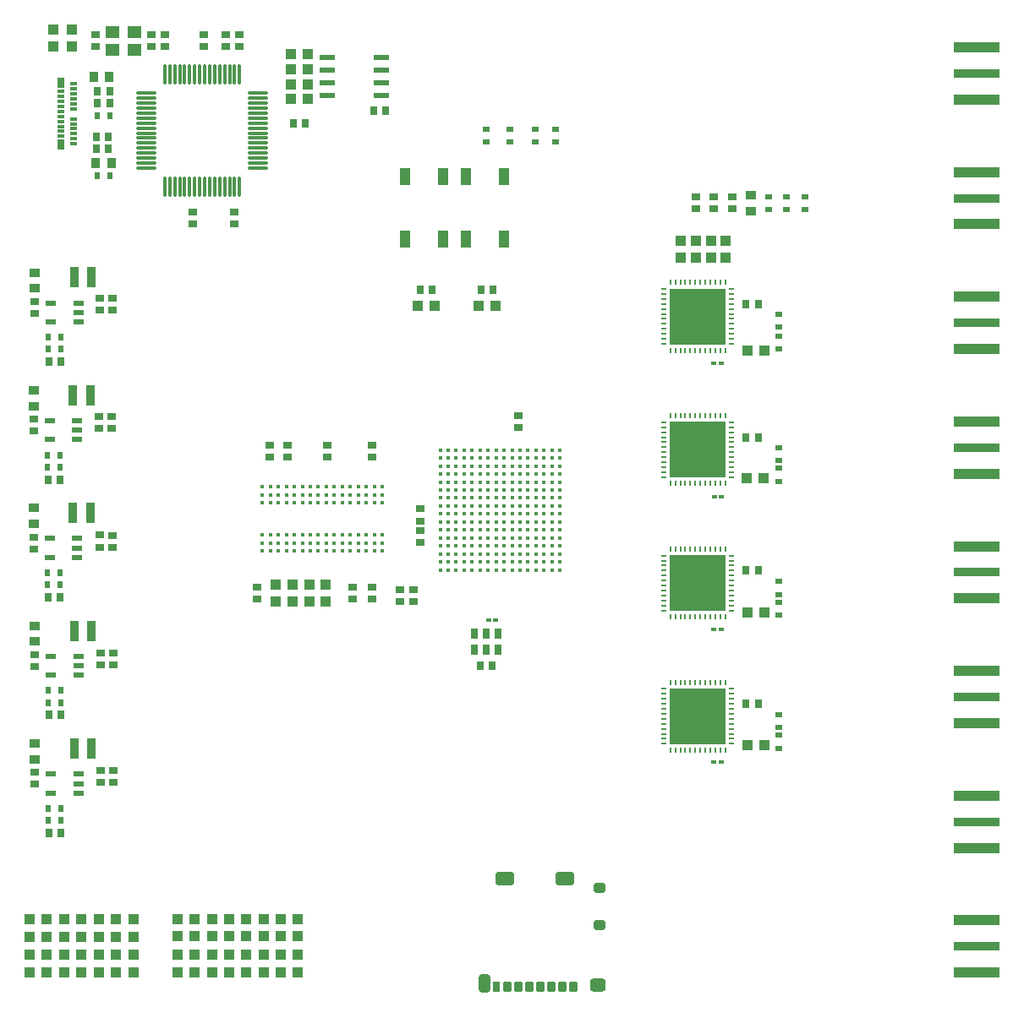
<source format=gtp>
G04*
G04 #@! TF.GenerationSoftware,Altium Limited,Altium Designer,21.2.1 (34)*
G04*
G04 Layer_Color=8421504*
%FSLAX25Y25*%
%MOIN*%
G70*
G04*
G04 #@! TF.SameCoordinates,0D780EAB-B6EC-48A9-9064-61573679FFEB*
G04*
G04*
G04 #@! TF.FilePolarity,Positive*
G04*
G01*
G75*
%ADD19R,0.03150X0.03937*%
%ADD20R,0.03937X0.04331*%
%ADD21R,0.02756X0.01181*%
%ADD22R,0.02756X0.03937*%
%ADD23R,0.03543X0.03150*%
%ADD24R,0.03150X0.02362*%
%ADD25R,0.03150X0.03543*%
%ADD26R,0.03701X0.04016*%
%ADD27R,0.02362X0.03150*%
%ADD28O,0.01181X0.08268*%
%ADD29O,0.08268X0.01181*%
%ADD30R,0.04331X0.03937*%
%ADD31R,0.05906X0.02362*%
%ADD32R,0.05512X0.04724*%
%ADD33R,0.03937X0.06693*%
%ADD34R,0.01968X0.01772*%
%ADD35R,0.22047X0.22047*%
%ADD36R,0.02362X0.00945*%
%ADD37R,0.00945X0.02362*%
G04:AMPARAMS|DCode=38|XSize=74.8mil|YSize=53.15mil|CornerRadius=13.29mil|HoleSize=0mil|Usage=FLASHONLY|Rotation=0.000|XOffset=0mil|YOffset=0mil|HoleType=Round|Shape=RoundedRectangle|*
%AMROUNDEDRECTD38*
21,1,0.07480,0.02657,0,0,0.0*
21,1,0.04823,0.05315,0,0,0.0*
1,1,0.02657,0.02411,-0.01329*
1,1,0.02657,-0.02411,-0.01329*
1,1,0.02657,-0.02411,0.01329*
1,1,0.02657,0.02411,0.01329*
%
%ADD38ROUNDEDRECTD38*%
G04:AMPARAMS|DCode=39|XSize=33.47mil|YSize=43.31mil|CornerRadius=8.37mil|HoleSize=0mil|Usage=FLASHONLY|Rotation=0.000|XOffset=0mil|YOffset=0mil|HoleType=Round|Shape=RoundedRectangle|*
%AMROUNDEDRECTD39*
21,1,0.03347,0.02657,0,0,0.0*
21,1,0.01673,0.04331,0,0,0.0*
1,1,0.01673,0.00837,-0.01329*
1,1,0.01673,-0.00837,-0.01329*
1,1,0.01673,-0.00837,0.01329*
1,1,0.01673,0.00837,0.01329*
%
%ADD39ROUNDEDRECTD39*%
G04:AMPARAMS|DCode=40|XSize=29.53mil|YSize=43.31mil|CornerRadius=7.38mil|HoleSize=0mil|Usage=FLASHONLY|Rotation=0.000|XOffset=0mil|YOffset=0mil|HoleType=Round|Shape=RoundedRectangle|*
%AMROUNDEDRECTD40*
21,1,0.02953,0.02854,0,0,0.0*
21,1,0.01476,0.04331,0,0,0.0*
1,1,0.01476,0.00738,-0.01427*
1,1,0.01476,-0.00738,-0.01427*
1,1,0.01476,-0.00738,0.01427*
1,1,0.01476,0.00738,0.01427*
%
%ADD40ROUNDEDRECTD40*%
G04:AMPARAMS|DCode=41|XSize=61.02mil|YSize=53.15mil|CornerRadius=13.29mil|HoleSize=0mil|Usage=FLASHONLY|Rotation=0.000|XOffset=0mil|YOffset=0mil|HoleType=Round|Shape=RoundedRectangle|*
%AMROUNDEDRECTD41*
21,1,0.06102,0.02657,0,0,0.0*
21,1,0.03445,0.05315,0,0,0.0*
1,1,0.02657,0.01722,-0.01329*
1,1,0.02657,-0.01722,-0.01329*
1,1,0.02657,-0.01722,0.01329*
1,1,0.02657,0.01722,0.01329*
%
%ADD41ROUNDEDRECTD41*%
G04:AMPARAMS|DCode=42|XSize=46.06mil|YSize=70.87mil|CornerRadius=11.52mil|HoleSize=0mil|Usage=FLASHONLY|Rotation=0.000|XOffset=0mil|YOffset=0mil|HoleType=Round|Shape=RoundedRectangle|*
%AMROUNDEDRECTD42*
21,1,0.04606,0.04783,0,0,0.0*
21,1,0.02303,0.07087,0,0,0.0*
1,1,0.02303,0.01152,-0.02392*
1,1,0.02303,-0.01152,-0.02392*
1,1,0.02303,-0.01152,0.02392*
1,1,0.02303,0.01152,0.02392*
%
%ADD42ROUNDEDRECTD42*%
G04:AMPARAMS|DCode=43|XSize=47.24mil|YSize=39.37mil|CornerRadius=9.84mil|HoleSize=0mil|Usage=FLASHONLY|Rotation=0.000|XOffset=0mil|YOffset=0mil|HoleType=Round|Shape=RoundedRectangle|*
%AMROUNDEDRECTD43*
21,1,0.04724,0.01968,0,0,0.0*
21,1,0.02756,0.03937,0,0,0.0*
1,1,0.01968,0.01378,-0.00984*
1,1,0.01968,-0.01378,-0.00984*
1,1,0.01968,-0.01378,0.00984*
1,1,0.01968,0.01378,0.00984*
%
%ADD43ROUNDEDRECTD43*%
%ADD44R,0.17953X0.03937*%
%ADD45R,0.17953X0.03347*%
%ADD46R,0.04016X0.03701*%
%ADD47R,0.03937X0.02362*%
%ADD48R,0.03543X0.08268*%
%ADD49C,0.01614*%
%ADD50C,0.01575*%
D19*
X196063Y141732D02*
D03*
Y148031D02*
D03*
X186614D02*
D03*
Y141732D02*
D03*
X191339Y148031D02*
D03*
Y141732D02*
D03*
D20*
X20866Y379724D02*
D03*
Y386417D02*
D03*
X27953Y379724D02*
D03*
Y386417D02*
D03*
X11300Y28554D02*
D03*
Y35246D02*
D03*
X18133Y28554D02*
D03*
Y35246D02*
D03*
X24967Y28554D02*
D03*
Y35246D02*
D03*
X31800Y28554D02*
D03*
Y35246D02*
D03*
X38633Y28554D02*
D03*
Y35246D02*
D03*
X45467Y28554D02*
D03*
Y35246D02*
D03*
X52300Y28554D02*
D03*
Y35246D02*
D03*
X69661Y28701D02*
D03*
Y35394D02*
D03*
X76447Y28701D02*
D03*
Y35394D02*
D03*
X83233Y28701D02*
D03*
Y35394D02*
D03*
X90018Y28701D02*
D03*
Y35394D02*
D03*
X96804Y28701D02*
D03*
Y35394D02*
D03*
X103590Y28701D02*
D03*
Y35394D02*
D03*
X110376Y28701D02*
D03*
Y35394D02*
D03*
X117161Y28701D02*
D03*
Y35394D02*
D03*
X115085Y167347D02*
D03*
Y160653D02*
D03*
X128209Y160653D02*
D03*
Y167347D02*
D03*
X121647Y160653D02*
D03*
Y167347D02*
D03*
X108524Y167347D02*
D03*
Y160653D02*
D03*
X52300Y21246D02*
D03*
Y14554D02*
D03*
X45467Y21246D02*
D03*
Y14554D02*
D03*
X38633Y21246D02*
D03*
Y14554D02*
D03*
X31800Y21246D02*
D03*
Y14554D02*
D03*
X24967Y21246D02*
D03*
Y14554D02*
D03*
X18133Y21246D02*
D03*
Y14554D02*
D03*
X11300Y21246D02*
D03*
Y14554D02*
D03*
X117161Y21240D02*
D03*
Y14547D02*
D03*
X110376Y21240D02*
D03*
Y14547D02*
D03*
X103590Y21240D02*
D03*
Y14547D02*
D03*
X96804Y21240D02*
D03*
Y14547D02*
D03*
X90018Y21240D02*
D03*
Y14547D02*
D03*
X83233Y21240D02*
D03*
Y14547D02*
D03*
X76447Y21240D02*
D03*
Y14547D02*
D03*
X69661Y21240D02*
D03*
Y14547D02*
D03*
X274016Y296260D02*
D03*
Y302953D02*
D03*
X279921Y296260D02*
D03*
Y302953D02*
D03*
X285827Y296260D02*
D03*
Y302953D02*
D03*
X268100Y302946D02*
D03*
Y296253D02*
D03*
D21*
X28842Y364961D02*
D03*
Y362992D02*
D03*
Y361024D02*
D03*
Y359055D02*
D03*
Y357087D02*
D03*
Y355118D02*
D03*
Y351181D02*
D03*
Y349213D02*
D03*
Y347244D02*
D03*
Y345276D02*
D03*
Y343307D02*
D03*
Y341339D02*
D03*
X23724Y344291D02*
D03*
Y346260D02*
D03*
Y348228D02*
D03*
Y350197D02*
D03*
Y352165D02*
D03*
Y354134D02*
D03*
Y356102D02*
D03*
Y358071D02*
D03*
Y360039D02*
D03*
Y362008D02*
D03*
D22*
Y340945D02*
D03*
Y365354D02*
D03*
D23*
X288332Y315638D02*
D03*
Y320362D02*
D03*
X281116Y315638D02*
D03*
Y320362D02*
D03*
X273900Y315638D02*
D03*
Y320362D02*
D03*
X75700Y314462D02*
D03*
Y309738D02*
D03*
X92216Y314462D02*
D03*
Y309738D02*
D03*
X204200Y234062D02*
D03*
Y229338D02*
D03*
X162700Y165562D02*
D03*
Y160838D02*
D03*
X157500Y165562D02*
D03*
Y160838D02*
D03*
X165378Y188662D02*
D03*
Y183938D02*
D03*
Y192538D02*
D03*
Y197262D02*
D03*
X64657Y379638D02*
D03*
Y384362D02*
D03*
X94185Y379638D02*
D03*
Y384362D02*
D03*
X37306Y379574D02*
D03*
Y384298D02*
D03*
X59300Y384298D02*
D03*
Y379574D02*
D03*
X146457Y166362D02*
D03*
Y161638D02*
D03*
X138714Y166362D02*
D03*
Y161638D02*
D03*
X101000Y166362D02*
D03*
Y161638D02*
D03*
X146457Y217638D02*
D03*
Y222362D02*
D03*
X112992Y217638D02*
D03*
Y222362D02*
D03*
X105905Y217638D02*
D03*
Y222362D02*
D03*
X128600Y217638D02*
D03*
Y222362D02*
D03*
X88700Y384362D02*
D03*
Y379638D02*
D03*
X80000Y384362D02*
D03*
Y379638D02*
D03*
X44177Y182109D02*
D03*
Y186833D02*
D03*
X38986Y182175D02*
D03*
Y186899D02*
D03*
X12992Y181496D02*
D03*
Y186221D02*
D03*
X44475Y89284D02*
D03*
Y94008D02*
D03*
X44488Y135827D02*
D03*
Y140551D02*
D03*
X43701Y229134D02*
D03*
Y233858D02*
D03*
X44094Y275591D02*
D03*
Y280315D02*
D03*
X13386Y279134D02*
D03*
Y274410D02*
D03*
X38976Y275591D02*
D03*
Y280315D02*
D03*
X38554Y229130D02*
D03*
Y233855D02*
D03*
X12992Y227953D02*
D03*
Y232677D02*
D03*
X39370Y135827D02*
D03*
Y140551D02*
D03*
X13386Y135039D02*
D03*
Y139764D02*
D03*
X39370Y89265D02*
D03*
Y93990D02*
D03*
X13315Y88619D02*
D03*
Y93344D02*
D03*
D24*
X306693Y208141D02*
D03*
Y213259D02*
D03*
Y216241D02*
D03*
Y221359D02*
D03*
X302568Y320559D02*
D03*
Y315441D02*
D03*
X309784D02*
D03*
Y320559D02*
D03*
X317000D02*
D03*
Y315441D02*
D03*
X210611Y347159D02*
D03*
Y342041D02*
D03*
X306693Y260433D02*
D03*
Y265551D02*
D03*
Y269094D02*
D03*
Y274213D02*
D03*
X200567Y342041D02*
D03*
Y347159D02*
D03*
X191500Y342041D02*
D03*
Y347159D02*
D03*
X218700Y342041D02*
D03*
Y347159D02*
D03*
X306693Y107959D02*
D03*
Y102841D02*
D03*
Y116059D02*
D03*
Y110941D02*
D03*
Y160559D02*
D03*
Y155441D02*
D03*
Y168659D02*
D03*
Y163541D02*
D03*
D25*
X188976Y135433D02*
D03*
X193701D02*
D03*
X115292Y349500D02*
D03*
X120017D02*
D03*
X42520Y344094D02*
D03*
X37795D02*
D03*
X42520Y339370D02*
D03*
X37795D02*
D03*
X147038Y354400D02*
D03*
X151762D02*
D03*
X38189Y357480D02*
D03*
X42913D02*
D03*
X38189Y362205D02*
D03*
X42913D02*
D03*
X189370Y283858D02*
D03*
X194095D02*
D03*
X165354D02*
D03*
X170079D02*
D03*
X293838Y120300D02*
D03*
X298562D02*
D03*
X293838Y173100D02*
D03*
X298562D02*
D03*
X293838Y225400D02*
D03*
X298562D02*
D03*
X293838Y278200D02*
D03*
X298562D02*
D03*
X18763Y162282D02*
D03*
X23487D02*
D03*
X19063Y255318D02*
D03*
X23787D02*
D03*
X18701Y208864D02*
D03*
X23426D02*
D03*
X19079Y115958D02*
D03*
X23803D02*
D03*
X19078Y69519D02*
D03*
X23802D02*
D03*
D26*
X37441Y333858D02*
D03*
X43661D02*
D03*
X42874Y367717D02*
D03*
X36654D02*
D03*
D27*
X43110Y328740D02*
D03*
X37992D02*
D03*
X37992Y352362D02*
D03*
X43110D02*
D03*
X23425Y167323D02*
D03*
X18307D02*
D03*
X18307Y172047D02*
D03*
X23425D02*
D03*
X23425Y213779D02*
D03*
X18307D02*
D03*
X23819Y264961D02*
D03*
X18701D02*
D03*
X23819Y260236D02*
D03*
X18701D02*
D03*
X18307Y218504D02*
D03*
X23425D02*
D03*
X23819Y120866D02*
D03*
X18701D02*
D03*
X18701Y125591D02*
D03*
X23819D02*
D03*
X23819Y74410D02*
D03*
X18701D02*
D03*
X18701Y79134D02*
D03*
X23819D02*
D03*
D28*
X64657Y368595D02*
D03*
X66626D02*
D03*
X68594D02*
D03*
X70563D02*
D03*
X72531D02*
D03*
X74500D02*
D03*
X76468D02*
D03*
X78437D02*
D03*
X80405D02*
D03*
X82374D02*
D03*
X84342D02*
D03*
X86311D02*
D03*
X88279D02*
D03*
X90248D02*
D03*
X92216D02*
D03*
X94185D02*
D03*
Y324500D02*
D03*
X92216D02*
D03*
X90248D02*
D03*
X88279D02*
D03*
X86311D02*
D03*
X84342D02*
D03*
X82374D02*
D03*
X80405D02*
D03*
X78437D02*
D03*
X76468D02*
D03*
X74500D02*
D03*
X72531D02*
D03*
X70563D02*
D03*
X68594D02*
D03*
X66626D02*
D03*
X64657D02*
D03*
D29*
X101469Y361311D02*
D03*
Y359343D02*
D03*
Y357374D02*
D03*
Y355405D02*
D03*
Y353437D02*
D03*
Y351468D02*
D03*
Y349500D02*
D03*
Y347532D02*
D03*
Y345563D02*
D03*
Y343595D02*
D03*
Y341626D02*
D03*
Y339657D02*
D03*
Y337689D02*
D03*
Y335720D02*
D03*
Y333752D02*
D03*
Y331784D02*
D03*
X57374D02*
D03*
Y333752D02*
D03*
Y335720D02*
D03*
Y337689D02*
D03*
Y339657D02*
D03*
Y341626D02*
D03*
Y343595D02*
D03*
Y345563D02*
D03*
Y347532D02*
D03*
Y349500D02*
D03*
Y351468D02*
D03*
Y353437D02*
D03*
Y355405D02*
D03*
Y357374D02*
D03*
Y359343D02*
D03*
Y361311D02*
D03*
D30*
X114308Y358953D02*
D03*
X121001D02*
D03*
X114308Y370765D02*
D03*
X121001D02*
D03*
X114308Y364859D02*
D03*
X121001D02*
D03*
X114308Y376670D02*
D03*
X121001D02*
D03*
X171063Y277559D02*
D03*
X164370D02*
D03*
X188386D02*
D03*
X195079D02*
D03*
X294454Y103900D02*
D03*
X301147D02*
D03*
X294354Y156400D02*
D03*
X301046D02*
D03*
X294153Y209300D02*
D03*
X300847D02*
D03*
X294291Y259842D02*
D03*
X300984D02*
D03*
D31*
X128678Y375509D02*
D03*
Y370509D02*
D03*
Y365509D02*
D03*
Y360509D02*
D03*
X149938Y375509D02*
D03*
Y370509D02*
D03*
Y365509D02*
D03*
Y360509D02*
D03*
D32*
X52731Y378554D02*
D03*
X44069D02*
D03*
Y385246D02*
D03*
X52731D02*
D03*
D33*
X183465Y328543D02*
D03*
X198425D02*
D03*
Y303740D02*
D03*
X183465D02*
D03*
X159449Y328543D02*
D03*
X174409D02*
D03*
Y303740D02*
D03*
X159449D02*
D03*
D34*
X284147Y97358D02*
D03*
X281195D02*
D03*
X284139Y149629D02*
D03*
X281186D02*
D03*
X284176Y201900D02*
D03*
X281224D02*
D03*
X284055Y254724D02*
D03*
X281102D02*
D03*
X195177Y153543D02*
D03*
X192224D02*
D03*
D35*
X274803Y273228D02*
D03*
Y115436D02*
D03*
Y168034D02*
D03*
Y220631D02*
D03*
D36*
X261417Y262402D02*
D03*
Y264370D02*
D03*
Y266339D02*
D03*
Y268307D02*
D03*
Y270276D02*
D03*
Y272244D02*
D03*
Y274213D02*
D03*
Y276181D02*
D03*
Y278150D02*
D03*
Y280118D02*
D03*
Y282087D02*
D03*
Y284055D02*
D03*
X288189D02*
D03*
Y282087D02*
D03*
Y280118D02*
D03*
Y278150D02*
D03*
Y276181D02*
D03*
Y274213D02*
D03*
Y272244D02*
D03*
Y270276D02*
D03*
Y268307D02*
D03*
Y266339D02*
D03*
Y264370D02*
D03*
Y262402D02*
D03*
Y104609D02*
D03*
Y106578D02*
D03*
Y108546D02*
D03*
Y110515D02*
D03*
Y112483D02*
D03*
Y114452D02*
D03*
Y116420D02*
D03*
Y118389D02*
D03*
Y120358D02*
D03*
Y122326D02*
D03*
Y124294D02*
D03*
Y126263D02*
D03*
X261417D02*
D03*
Y124294D02*
D03*
Y122326D02*
D03*
Y120358D02*
D03*
Y118389D02*
D03*
Y116420D02*
D03*
Y114452D02*
D03*
Y112483D02*
D03*
Y110515D02*
D03*
Y108546D02*
D03*
Y106578D02*
D03*
Y104609D02*
D03*
X288189Y157207D02*
D03*
Y159175D02*
D03*
Y161144D02*
D03*
Y163112D02*
D03*
Y165081D02*
D03*
Y167049D02*
D03*
Y169018D02*
D03*
Y170986D02*
D03*
Y172955D02*
D03*
Y174923D02*
D03*
Y176892D02*
D03*
Y178860D02*
D03*
X261417D02*
D03*
Y176892D02*
D03*
Y174923D02*
D03*
Y172955D02*
D03*
Y170986D02*
D03*
Y169018D02*
D03*
Y167049D02*
D03*
Y165081D02*
D03*
Y163112D02*
D03*
Y161144D02*
D03*
Y159175D02*
D03*
Y157207D02*
D03*
X288189Y209804D02*
D03*
Y211773D02*
D03*
Y213741D02*
D03*
Y215710D02*
D03*
Y217678D02*
D03*
Y219647D02*
D03*
Y221615D02*
D03*
Y223584D02*
D03*
Y225552D02*
D03*
Y227521D02*
D03*
Y229489D02*
D03*
Y231458D02*
D03*
X261417D02*
D03*
Y229489D02*
D03*
Y227521D02*
D03*
Y225552D02*
D03*
Y223584D02*
D03*
Y221615D02*
D03*
Y219647D02*
D03*
Y217678D02*
D03*
Y215710D02*
D03*
Y213741D02*
D03*
Y211773D02*
D03*
Y209804D02*
D03*
D37*
X263976Y286614D02*
D03*
X265945D02*
D03*
X267913D02*
D03*
X269882D02*
D03*
X271850D02*
D03*
X273819D02*
D03*
X275787D02*
D03*
X277756D02*
D03*
X279724D02*
D03*
X281693D02*
D03*
X283661D02*
D03*
X285630D02*
D03*
Y259842D02*
D03*
X283661D02*
D03*
X281693D02*
D03*
X279724D02*
D03*
X277756D02*
D03*
X275787D02*
D03*
X273819D02*
D03*
X271850D02*
D03*
X269882D02*
D03*
X267913D02*
D03*
X265945D02*
D03*
X263976D02*
D03*
Y102050D02*
D03*
X265945D02*
D03*
X267913D02*
D03*
X269882D02*
D03*
X271850D02*
D03*
X273819D02*
D03*
X275787D02*
D03*
X277756D02*
D03*
X279724D02*
D03*
X281693D02*
D03*
X283661D02*
D03*
X285630D02*
D03*
Y128822D02*
D03*
X283661D02*
D03*
X281693D02*
D03*
X279724D02*
D03*
X277756D02*
D03*
X275787D02*
D03*
X273819D02*
D03*
X271850D02*
D03*
X269882D02*
D03*
X267913D02*
D03*
X265945D02*
D03*
X263976D02*
D03*
Y154648D02*
D03*
X265945D02*
D03*
X267913D02*
D03*
X269882D02*
D03*
X271850D02*
D03*
X273819D02*
D03*
X275787D02*
D03*
X277756D02*
D03*
X279724D02*
D03*
X281693D02*
D03*
X283661D02*
D03*
X285630D02*
D03*
Y181419D02*
D03*
X283661D02*
D03*
X281693D02*
D03*
X279724D02*
D03*
X277756D02*
D03*
X275787D02*
D03*
X273819D02*
D03*
X271850D02*
D03*
X269882D02*
D03*
X267913D02*
D03*
X265945D02*
D03*
X263976D02*
D03*
Y207245D02*
D03*
X265945D02*
D03*
X267913D02*
D03*
X269882D02*
D03*
X271850D02*
D03*
X273819D02*
D03*
X275787D02*
D03*
X277756D02*
D03*
X279724D02*
D03*
X281693D02*
D03*
X283661D02*
D03*
X285630D02*
D03*
Y234017D02*
D03*
X283661D02*
D03*
X281693D02*
D03*
X279724D02*
D03*
X277756D02*
D03*
X275787D02*
D03*
X273819D02*
D03*
X271850D02*
D03*
X269882D02*
D03*
X267913D02*
D03*
X265945D02*
D03*
X263976D02*
D03*
D38*
X222256Y51418D02*
D03*
X198752D02*
D03*
D39*
X225661Y8800D02*
D03*
X221331D02*
D03*
X217000D02*
D03*
X212669D02*
D03*
X208339D02*
D03*
X204008D02*
D03*
X199677D02*
D03*
D40*
X195543D02*
D03*
D41*
X235347Y9292D02*
D03*
D42*
X190779Y10178D02*
D03*
D43*
X236035Y33013D02*
D03*
Y47580D02*
D03*
D44*
X384724Y309567D02*
D03*
Y330197D02*
D03*
Y358780D02*
D03*
Y379410D02*
D03*
Y211142D02*
D03*
Y231772D02*
D03*
Y260354D02*
D03*
Y280984D02*
D03*
Y112716D02*
D03*
Y133346D02*
D03*
Y161929D02*
D03*
Y182559D02*
D03*
Y14291D02*
D03*
Y34921D02*
D03*
Y63504D02*
D03*
Y84134D02*
D03*
D45*
Y319882D02*
D03*
Y369094D02*
D03*
Y221457D02*
D03*
Y270669D02*
D03*
Y123031D02*
D03*
Y172244D02*
D03*
Y24606D02*
D03*
Y73819D02*
D03*
D46*
X295785Y314890D02*
D03*
Y321110D02*
D03*
X13386Y290512D02*
D03*
X12992Y191378D02*
D03*
Y197598D02*
D03*
X13386Y284291D02*
D03*
X12992Y237835D02*
D03*
Y244055D02*
D03*
X13386Y144921D02*
D03*
Y151142D02*
D03*
Y98465D02*
D03*
Y104685D02*
D03*
D47*
X19390Y178150D02*
D03*
Y185630D02*
D03*
X30217D02*
D03*
Y181890D02*
D03*
Y178150D02*
D03*
X30610Y271063D02*
D03*
Y274803D02*
D03*
Y278543D02*
D03*
X19783D02*
D03*
Y271063D02*
D03*
X19390Y224606D02*
D03*
Y232087D02*
D03*
X30217D02*
D03*
Y228346D02*
D03*
Y224606D02*
D03*
X19783Y131693D02*
D03*
Y139173D02*
D03*
X30610D02*
D03*
Y135433D02*
D03*
Y131693D02*
D03*
X19783Y85131D02*
D03*
Y92612D02*
D03*
X30610D02*
D03*
Y88872D02*
D03*
Y85131D02*
D03*
D48*
X35236Y195669D02*
D03*
X28543D02*
D03*
X28937Y102756D02*
D03*
X35630D02*
D03*
X28937Y288583D02*
D03*
X35630D02*
D03*
X35236Y242126D02*
D03*
X28543D02*
D03*
X35630Y149213D02*
D03*
X28937D02*
D03*
D49*
X103150Y180709D02*
D03*
X106299D02*
D03*
X109449D02*
D03*
X112598D02*
D03*
X115748D02*
D03*
X118898D02*
D03*
X122047D02*
D03*
X125197D02*
D03*
X128347D02*
D03*
X131496D02*
D03*
X134646D02*
D03*
X137795D02*
D03*
X140945D02*
D03*
X144095D02*
D03*
X147244D02*
D03*
X150394D02*
D03*
X103150Y183858D02*
D03*
X106299D02*
D03*
X109449D02*
D03*
X112598D02*
D03*
X115748D02*
D03*
X118898D02*
D03*
X122047D02*
D03*
X125197D02*
D03*
X128347D02*
D03*
X131496D02*
D03*
X134646D02*
D03*
X137795D02*
D03*
X140945D02*
D03*
X144095D02*
D03*
X147244D02*
D03*
X150394D02*
D03*
X103150Y187008D02*
D03*
X106299D02*
D03*
X109449D02*
D03*
X112598D02*
D03*
X115748D02*
D03*
X118898D02*
D03*
X122047D02*
D03*
X125197D02*
D03*
X128347D02*
D03*
X131496D02*
D03*
X134646D02*
D03*
X137795D02*
D03*
X140945D02*
D03*
X144095D02*
D03*
X147244D02*
D03*
X150394D02*
D03*
X103150Y199606D02*
D03*
X106299D02*
D03*
X109449D02*
D03*
X112598D02*
D03*
X115748D02*
D03*
X118898D02*
D03*
X122047D02*
D03*
X125197D02*
D03*
X128347D02*
D03*
X131496D02*
D03*
X134646D02*
D03*
X137795D02*
D03*
X140945D02*
D03*
X144095D02*
D03*
X147244D02*
D03*
X150394D02*
D03*
X103150Y202756D02*
D03*
X106299D02*
D03*
X109449D02*
D03*
X112598D02*
D03*
X115748D02*
D03*
X118898D02*
D03*
X122047D02*
D03*
X125197D02*
D03*
X128347D02*
D03*
X131496D02*
D03*
X134646D02*
D03*
X137795D02*
D03*
X140945D02*
D03*
X144095D02*
D03*
X147244D02*
D03*
X150394D02*
D03*
X103150Y205906D02*
D03*
X106299D02*
D03*
X109449D02*
D03*
X112598D02*
D03*
X115748D02*
D03*
X118898D02*
D03*
X122047D02*
D03*
X125197D02*
D03*
X128347D02*
D03*
X131496D02*
D03*
X134646D02*
D03*
X137795D02*
D03*
X140945D02*
D03*
X144095D02*
D03*
X147244D02*
D03*
X150394D02*
D03*
D50*
X173228Y220472D02*
D03*
X176378D02*
D03*
X179527D02*
D03*
X182677D02*
D03*
X185827D02*
D03*
X188976D02*
D03*
X192126D02*
D03*
X195276D02*
D03*
X198425D02*
D03*
X201575D02*
D03*
X204724D02*
D03*
X207874D02*
D03*
X211024D02*
D03*
X214173D02*
D03*
X217323D02*
D03*
X220472D02*
D03*
X173228Y217323D02*
D03*
X176378D02*
D03*
X179527D02*
D03*
X182677D02*
D03*
X185827D02*
D03*
X188976D02*
D03*
X192126D02*
D03*
X195276D02*
D03*
X198425D02*
D03*
X201575D02*
D03*
X204724D02*
D03*
X207874D02*
D03*
X211024D02*
D03*
X214173D02*
D03*
X217323D02*
D03*
X220472D02*
D03*
X173228Y214173D02*
D03*
X176378D02*
D03*
X179527D02*
D03*
X182677D02*
D03*
X185827D02*
D03*
X188976D02*
D03*
X192126D02*
D03*
X195276D02*
D03*
X198425D02*
D03*
X201575D02*
D03*
X204724D02*
D03*
X207874D02*
D03*
X211024D02*
D03*
X214173D02*
D03*
X217323D02*
D03*
X220472D02*
D03*
X173228Y211024D02*
D03*
X176378D02*
D03*
X179527D02*
D03*
X182677D02*
D03*
X185827D02*
D03*
X188976D02*
D03*
X192126D02*
D03*
X195276D02*
D03*
X198425D02*
D03*
X201575D02*
D03*
X204724D02*
D03*
X207874D02*
D03*
X211024D02*
D03*
X214173D02*
D03*
X217323D02*
D03*
X220472D02*
D03*
X173228Y207874D02*
D03*
X176378Y207874D02*
D03*
X179527Y207874D02*
D03*
X182677D02*
D03*
X185827D02*
D03*
X188976D02*
D03*
X192126D02*
D03*
X195276D02*
D03*
X198425D02*
D03*
X201575D02*
D03*
X204724D02*
D03*
X207874D02*
D03*
X211024D02*
D03*
X214173Y207874D02*
D03*
X217323D02*
D03*
X220472Y207874D02*
D03*
X173228Y204724D02*
D03*
X176378D02*
D03*
X179527D02*
D03*
X182677D02*
D03*
X185827D02*
D03*
X188976D02*
D03*
X192126D02*
D03*
X195276D02*
D03*
X198425D02*
D03*
X201575D02*
D03*
X204724D02*
D03*
X207874D02*
D03*
X211024D02*
D03*
X214173Y204724D02*
D03*
X217323Y204724D02*
D03*
X220472D02*
D03*
X173228Y201575D02*
D03*
X176378D02*
D03*
X179527D02*
D03*
X182677D02*
D03*
X185827D02*
D03*
X188976D02*
D03*
X192126D02*
D03*
X195276D02*
D03*
X198425D02*
D03*
X201575D02*
D03*
X204724D02*
D03*
X207874D02*
D03*
X211024D02*
D03*
X214173D02*
D03*
X217323D02*
D03*
X220472D02*
D03*
X173228Y198425D02*
D03*
X176378D02*
D03*
X179527D02*
D03*
X182677D02*
D03*
X185827D02*
D03*
X188976D02*
D03*
X192126D02*
D03*
X195276D02*
D03*
X198425D02*
D03*
X201575D02*
D03*
X204724D02*
D03*
X207874D02*
D03*
X211024D02*
D03*
X214173D02*
D03*
X217323D02*
D03*
X220472D02*
D03*
X173228Y195276D02*
D03*
X176378D02*
D03*
X179527D02*
D03*
X182677D02*
D03*
X185827D02*
D03*
X188976D02*
D03*
X192126D02*
D03*
X195276D02*
D03*
X198425D02*
D03*
X201575D02*
D03*
X204724D02*
D03*
X207874D02*
D03*
X211024D02*
D03*
X214173D02*
D03*
X217323D02*
D03*
X220472D02*
D03*
X173228Y192126D02*
D03*
X176378D02*
D03*
X179527D02*
D03*
X182677D02*
D03*
X185827D02*
D03*
X188976D02*
D03*
X192126D02*
D03*
X195276D02*
D03*
X198425D02*
D03*
X201575D02*
D03*
X204724D02*
D03*
X207874D02*
D03*
X211024D02*
D03*
X214173D02*
D03*
X217323D02*
D03*
X220472D02*
D03*
X173228Y188976D02*
D03*
X176378D02*
D03*
X179527D02*
D03*
X182677D02*
D03*
X185827D02*
D03*
X188976D02*
D03*
X192126D02*
D03*
X195276D02*
D03*
X198425D02*
D03*
X201575D02*
D03*
X204724D02*
D03*
X207874D02*
D03*
X211024D02*
D03*
X214173D02*
D03*
X217323D02*
D03*
X220472D02*
D03*
X173228Y185827D02*
D03*
X176378Y185827D02*
D03*
X179527Y185827D02*
D03*
X182677D02*
D03*
X185827D02*
D03*
X188976D02*
D03*
X192126D02*
D03*
X195276D02*
D03*
X198425D02*
D03*
X201575D02*
D03*
X204724D02*
D03*
X207874D02*
D03*
X211024D02*
D03*
X214173Y185827D02*
D03*
X217323D02*
D03*
X220472Y185827D02*
D03*
X173228Y182677D02*
D03*
X176378D02*
D03*
X179527D02*
D03*
X182677D02*
D03*
X185827D02*
D03*
X188976D02*
D03*
X192126D02*
D03*
X195276D02*
D03*
X198425D02*
D03*
X201575D02*
D03*
X204724D02*
D03*
X207874D02*
D03*
X211024D02*
D03*
X214173D02*
D03*
X217323D02*
D03*
X220472D02*
D03*
X173228Y179527D02*
D03*
X176378D02*
D03*
X179527D02*
D03*
X182677D02*
D03*
X185827D02*
D03*
X188976D02*
D03*
X192126D02*
D03*
X195276D02*
D03*
X198425D02*
D03*
X201575D02*
D03*
X204724D02*
D03*
X207874D02*
D03*
X211024D02*
D03*
X214173D02*
D03*
X217323D02*
D03*
X220472D02*
D03*
X173228Y176378D02*
D03*
X176378D02*
D03*
X179527D02*
D03*
X182677D02*
D03*
X185827D02*
D03*
X188976D02*
D03*
X192126D02*
D03*
X195276D02*
D03*
X198425D02*
D03*
X201575D02*
D03*
X204724D02*
D03*
X207874D02*
D03*
X211024D02*
D03*
X214173D02*
D03*
X217323D02*
D03*
X220472D02*
D03*
X173228Y173228D02*
D03*
X176378D02*
D03*
X179527D02*
D03*
X182677D02*
D03*
X185827D02*
D03*
X188976D02*
D03*
X192126D02*
D03*
X195276D02*
D03*
X198425D02*
D03*
X201575D02*
D03*
X204724D02*
D03*
X207874D02*
D03*
X211024D02*
D03*
X214173D02*
D03*
X217323D02*
D03*
X220472D02*
D03*
M02*

</source>
